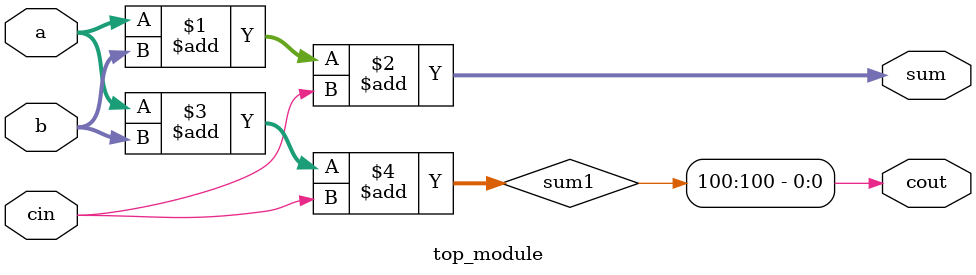
<source format=v>
module top_module( 
    input [99:0] a, b,
    input cin,
    output cout,
    output [99:0] sum );
    wire [100:0] sum1;
    assign sum = {a+b+cin};//automatically concatenate to show just 100 bit sum not cout
    assign sum1 = a+b+cin;//total sum with 101th bit as cout 
    assign cout = sum1[100];

endmodule

</source>
